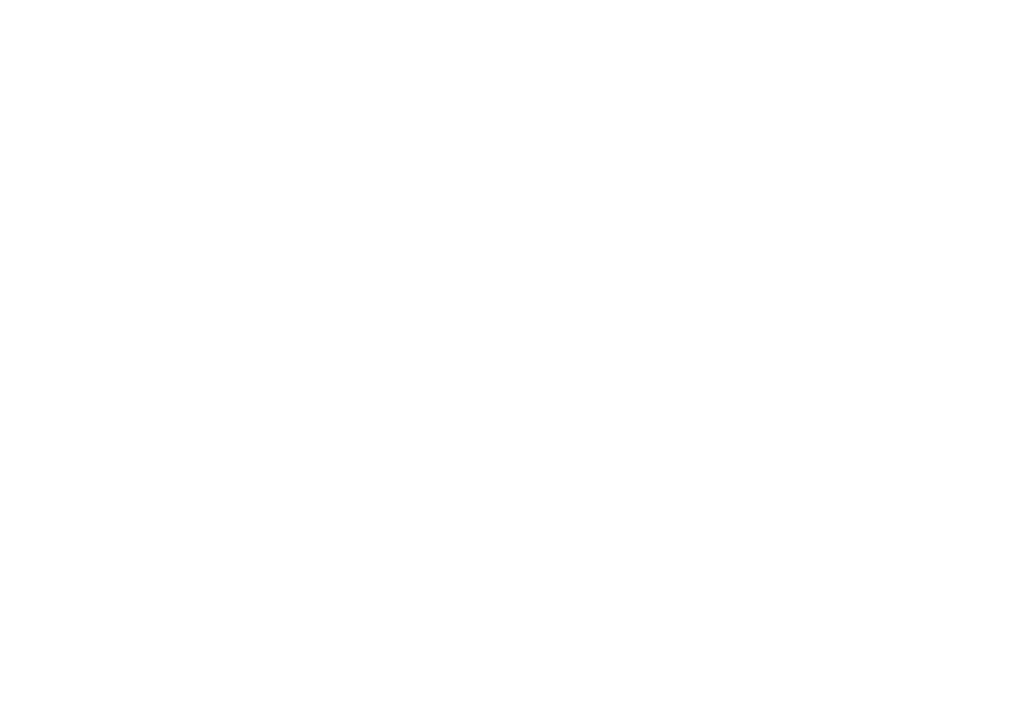
<source format=kicad_pcb>
(kicad_pcb (version 20211014) (generator pcbnew)

  (general
    (thickness 1.6)
  )

  (paper "A4")
  (layers
    (0 "F.Cu" signal)
    (31 "B.Cu" signal)
    (32 "B.Adhes" user "B.Adhesive")
    (33 "F.Adhes" user "F.Adhesive")
    (34 "B.Paste" user)
    (35 "F.Paste" user)
    (36 "B.SilkS" user "B.Silkscreen")
    (37 "F.SilkS" user "F.Silkscreen")
    (38 "B.Mask" user)
    (39 "F.Mask" user)
    (40 "Dwgs.User" user "User.Drawings")
    (41 "Cmts.User" user "User.Comments")
    (42 "Eco1.User" user "User.Eco1")
    (43 "Eco2.User" user "User.Eco2")
    (44 "Edge.Cuts" user)
    (45 "Margin" user)
    (46 "B.CrtYd" user "B.Courtyard")
    (47 "F.CrtYd" user "F.Courtyard")
    (48 "B.Fab" user)
    (49 "F.Fab" user)
    (50 "User.1" user)
    (51 "User.2" user)
    (52 "User.3" user)
    (53 "User.4" user)
    (54 "User.5" user)
    (55 "User.6" user)
    (56 "User.7" user)
    (57 "User.8" user)
    (58 "User.9" user)
  )

  (setup
    (pad_to_mask_clearance 0)
    (pcbplotparams
      (layerselection 0x00010fc_ffffffff)
      (disableapertmacros false)
      (usegerberextensions false)
      (usegerberattributes true)
      (usegerberadvancedattributes true)
      (creategerberjobfile true)
      (svguseinch false)
      (svgprecision 6)
      (excludeedgelayer true)
      (plotframeref false)
      (viasonmask false)
      (mode 1)
      (useauxorigin false)
      (hpglpennumber 1)
      (hpglpenspeed 20)
      (hpglpendiameter 15.000000)
      (dxfpolygonmode true)
      (dxfimperialunits true)
      (dxfusepcbnewfont true)
      (psnegative false)
      (psa4output false)
      (plotreference true)
      (plotvalue true)
      (plotinvisibletext false)
      (sketchpadsonfab false)
      (subtractmaskfromsilk false)
      (outputformat 1)
      (mirror false)
      (drillshape 1)
      (scaleselection 1)
      (outputdirectory "")
    )
  )

  (net 0 "")

  (gr_line (start 102.108 73.406) (end 0 73.406) (layer "User.3") (width 0.15) (tstamp 0dbba4d4-55c2-4b4c-a931-17cade305262))
  (gr_circle (center 96.774 4.953) (end 100.584 4.953) (layer "User.3") (width 0.15) (fill none) (tstamp 2293b119-48ba-428c-8d00-f7665dc49759))
  (gr_line (start 76.454 58.166) (end 76.454 55.626) (layer "User.3") (width 0.15) (tstamp 2dcc48ea-3c07-4981-84d9-baba56aa2a1c))
  (gr_line (start 76.454 65.278) (end 76.454 59.436) (layer "User.3") (width 0.15) (tstamp 575b063f-20ea-471e-9981-7dd05a57c137))
  (gr_circle (center 76.454 4.953) (end 79.629 4.953) (layer "User.3") (width 0.15) (fill none) (tstamp 8238880b-d657-417e-b4c1-d71704c84eb2))
  (gr_circle (center 76.454 58.166) (end 77.724 58.166) (layer "User.3") (width 0.15) (fill none) (tstamp a2038f67-3858-4d7c-836b-e441c52ca8de))
  (gr_line (start 25.654 58.166) (end 23.114 58.166) (layer "User.3") (width 0.15) (tstamp a6eb6314-ed3e-4c05-936c-6c673ff91be1))
  (gr_circle (center 96.774 68.453) (end 100.584 68.453) (layer "User.3") (width 0.15) (fill none) (tstamp af4a89e4-d52b-4903-82f2-b0eb6ccce6d0))
  (gr_line (start 0 0) (end 102.108 0) (layer "User.3") (width 0.15) (tstamp be71962f-1964-4d33-b300-c34327c9a077))
  (gr_circle (center 5.334 68.453) (end 9.144 68.453) (layer "User.3") (width 0.15) (fill none) (tstamp bf3633f9-77b4-4438-b3d5-b65a3b7c6119))
  (gr_line (start 25.654 58.166) (end 28.194 58.166) (layer "User.3") (width 0.15) (tstamp c010fb9f-5d14-4047-9bf7-91f92018f6a8))
  (gr_circle (center 25.654 4.953) (end 28.829 4.953) (layer "User.3") (width 0.15) (fill none) (tstamp c420f4a4-c8ac-4583-ac7f-c4ade9c685b4))
  (gr_line (start 25.654 58.166) (end 25.654 55.626) (layer "User.3") (width 0.15) (tstamp c8700820-0b6d-40fa-b81a-27ef81cc4ded))
  (gr_circle (center 25.654 68.453) (end 28.829 68.453) (layer "User.3") (width 0.15) (fill none) (tstamp ccd106f5-f53a-4442-9c07-4debb80a2b47))
  (gr_line (start 25.654 65.278) (end 25.654 59.436) (layer "User.3") (width 0.15) (tstamp d36335db-b867-4a38-a733-69f2c85939a0))
  (gr_circle (center 76.454 68.453) (end 79.629 68.453) (layer "User.3") (width 0.15) (fill none) (tstamp e45f47ec-57fd-421f-9299-9062f1649979))
  (gr_line (start 76.454 58.166) (end 73.914 58.166) (layer "User.3") (width 0.15) (tstamp e497b58f-6d4c-48aa-8d0d-a211897a4d81))
  (gr_line (start 78.74 58.166) (end 76.454 58.166) (layer "User.3") (width 0.15) (tstamp e9c2b9fd-58ce-47b3-8e01-f9b9048d6764))
  (gr_circle (center 25.654 58.166) (end 26.924 58.166) (layer "User.3") (width 0.15) (fill none) (tstamp ed4a26bc-0267-4f5f-9428-5c7b347d60cb))
  (gr_circle (center 5.334 4.953) (end 9.144 4.953) (layer "User.3") (width 0.15) (fill none) (tstamp f360dc1a-be4e-4e39-942f-a2c0a248e7ae))
  (gr_line (start 102.108 0) (end 102.108 73.406) (layer "User.3") (width 0.15) (tstamp f7ea6de1-cb6d-4d78-aa61-163fa5464122))
  (gr_line (start 0 73.406) (end 0 0) (layer "User.3") (width 0.15) (tstamp f9b23606-92a8-4422-87d6-9fe597f8db7e))
  (gr_rect (start 96.63 16.155) (end 100.87 35.635) (layer "User.4") (width 0.15) (fill none) (tstamp 2201851f-f780-4733-888a-c3f6a746aa71))
  (gr_line (start 82.27 41.595) (end 83.27 40.595) (layer "User.4") (width 0.15) (tstamp 2caf7666-2673-4be2-bd60-24a9fc2b4658))
  (gr_rect (start 1.27 42.895) (end 101.77 9.395) (layer "User.4") (width 0.15) (fill none) (tstamp 2fcee341-8abe-4467-9a79-03aa4c54541f))
  (gr_line (start 6.27 10.795) (end 6.27 40.595) (layer "User.4") (width 0.15) (tstamp 3ec8fc61-206e-4b5e-8c3e-ec33190ad4df))
  (gr_line (start 19.77 41.595) (end 82.27 41.595) (layer "User.4") (width 0.15) (tstamp 3f6c498d-37c2-4c61-a263-b6e57f8ef7f1))
  (gr_line (start 95.77 10.795) (end 6.27 10.795) (layer "User.4") (width 0.15) (tstamp 419b4932-0447-4240-bfe0-c63d388d6d12))
  (gr_line (start 95.77 40.595) (end 95.77 10.795) (layer "User.4") (width 0.15) (tstamp 52699750-247f-49e5-aa2c-e9fc2af716ed))
  (gr_circle (center 98.52 11.895) (end 100.02 11.895) (layer "User.4") (width 0.15) (fill none) (tstamp 64f5bb64-293b-4fcb-94c0-eee601a6fc50))
  (gr_circle (center 98.52 40.395) (end 100.02 40.395) (layer "User.4") (width 0.15) (fill none) (tstamp 6ea89d5b-20a1-48cd-b469-33980e377592))
  (gr_circle (center 3.52 11.895) (end 5.02 11.895) (layer "User.4") (width 0.15) (fill none) (tstamp a5e96d51-a9e1-48f9-ae82-3be207c7c02f))
  (gr_line (start 83.27 40.595) (end 95.77 40.595) (layer "User.4") (width 0.15) (tstamp a6655f28-79df-46cc-95cb-c18442cc9006))
  (gr_circle (center 3.52 40.395) (end 5.02 40.395) (layer "User.4") (width 0.15) (fill none) (tstamp bdd7919f-4997-4b7e-bdd3-e57e22a49ff9))
  (gr_line (start 18.77 40.595) (end 6.27 40.595) (layer "User.4") (width 0.15) (tstamp c15141d7-062f-420a-8a53-cbdf29769ecb))
  (gr_line (start 18.77 40.595) (end 19.77 41.595) (layer "User.4") (width 0.15) (tstamp da7a4887-f021-40c1-98ff-b9172d335d52))
  (gr_text "031I,BK" (at 50.8 54.102) (layer "User.3") (tstamp d014ca1d-4059-43bc-9092-b376e8b38573)
    (effects (font (size 1 1) (thickness 0.15)))
  )
  (gr_text "ER-OLEDM032-1" (at 50.8 25.4) (layer "User.4") (tstamp 25115164-eb56-4903-ba65-085e3a231b60)
    (effects (font (size 1 1) (thickness 0.15)))
  )
  (dimension (type aligned) (layer "User.1") (tstamp 0a337ac8-a0c2-4b8d-bfb2-344d2a9f9d83)
    (pts (xy 73.914 73.406) (xy 73.914 58.166))
    (height -8.382)
    (gr_text "0.6000 in" (at 64.382 65.786 90) (layer "User.1") (tstamp e9d5908d-da55-4bfb-a9fe-c0d2e464b559)
      (effects (font (size 1 1) (thickness 0.15)))
    )
    (format (units 3) (units_format 1) (precision 4))
    (style (thickness 0.15) (arrow_length 1.27) (text_position_mode 0) (extension_height 0.58642) (extension_offset 0.5) keep_text_aligned)
  )
  (dimension (type aligned) (layer "User.1") (tstamp 1348b05b-4ead-4410-b4fa-b3d7a4e0b748)
    (pts (xy 6.27 40.595) (xy 6.27 10.795))
    (height -22.78)
    (gr_text "1.1732 in" (at -17.66 25.695 90) (layer "User.1") (tstamp dbea58d7-1d17-49c2-a36b-e1c0f0191572)
      (effects (font (size 1 1) (thickness 0.15)))
    )
    (format (units 3) (units_format 1) (precision 4))
    (style (thickness 0.15) (arrow_length 1.27) (text_position_mode 0) (extension_height 0.58642) (extension_offset 0.5) keep_text_aligned)
  )
  (dimension (type aligned) (layer "User.1") (tstamp 1887b497-e5e1-408b-b43a-d8e0c864a6c4)
    (pts (xy 100.584 68.453) (xy 100.584 4.953))
    (height 7.366)
    (gr_text "2.5000 in" (at 106.8 36.703 90) (layer "User.1") (tstamp d667dc18-564c-4f0e-ab8e-dc54480be4bb)
      (effects (font (size 1 1) (thickness 0.15)))
    )
    (format (units 3) (units_format 1) (precision 4))
    (style (thickness 0.15) (arrow_length 1.27) (text_position_mode 0) (extension_height 0.58642) (extension_offset 0.5) keep_text_aligned)
  )
  (dimension (type aligned) (layer "User.1") (tstamp 2c72265a-b1e1-4290-9a5b-dbfa3125158d)
    (pts (xy 1.354 9.395) (xy 1.354 42.895))
    (height 22.86)
    (gr_text "1.3189 in" (at -22.656 26.145 90) (layer "User.1") (tstamp 1f9998d0-e8ee-4dc0-8398-d6c79f6f7505)
      (effects (font (size 1 1) (thickness 0.15)))
    )
    (format (units 3) (units_format 1) (precision 4))
    (style (thickness 0.15) (arrow_length 1.27) (text_position_mode 0) (extension_height 0.58642) (extension_offset 0.5) keep_text_aligned)
  )
  (dimension (type aligned) (layer "User.1") (tstamp 32a968d6-66ab-47b6-a280-54a3ecf0949c)
    (pts (xy 6.27 10.795) (xy 6.27 9.395))
    (height -24.03)
    (gr_text "0.0551 in" (at -18.91 10.095 90) (layer "User.1") (tstamp 61ac5cce-73fb-4fdf-8cbf-560896a7c9fc)
      (effects (font (size 1 1) (thickness 0.15)))
    )
    (format (units 3) (units_format 1) (precision 4))
    (style (thickness 0.15) (arrow_length 1.27) (text_position_mode 0) (extension_height 0.58642) (extension_offset 0.5) keep_text_aligned)
  )
  (dimension (type aligned) (layer "User.1") (tstamp 378f8348-63e2-45d4-be9f-603760f3ad4a)
    (pts (xy 98.52 10.395) (xy 102.108 10.414))
    (height -0.254668)
    (gr_text "0.1413 in" (at 100.321439 8.999852 359.6965971) (layer "User.1") (tstamp 226f37ed-a84e-40fc-a4a7-bad8bac1b4ab)
      (effects (font (size 1 1) (thickness 0.15)))
    )
    (format (units 3) (units_format 1) (precision 4))
    (style (thickness 0.15) (arrow_length 1.27) (text_position_mode 0) (extension_height 0.58642) (extension_offset 0.5) keep_text_aligned)
  )
  (dimension (type aligned) (layer "User.1") (tstamp 3b581472-10a4-4f9e-8650-a98d382425e9)
    (pts (xy 3.52 40.395) (xy 3.52 11.895))
    (height -12.41)
    (gr_text "1.1220 in" (at -10.04 26.145 90) (layer "User.1") (tstamp 3a08050f-7c25-4d64-b98c-88919864af35)
      (effects (font (size 1 1) (thickness 0.15)))
    )
    (format (units 3) (units_format 1) (precision 4))
    (style (thickness 0.15) (arrow_length 1.27) (text_position_mode 0) (extension_height 0.58642) (extension_offset 0.5) keep_text_aligned)
  )
  (dimension (type aligned) (layer "User.1") (tstamp 3c53cb52-5fd2-449a-a975-efc6322d1f1a)
    (pts (xy 18.77 40.595) (xy 19.77 40.6))
    (height -2.650216)
    (gr_text "0.0394 in" (at 19.289001 36.797331 359.7135235) (layer "User.1") (tstamp 1a5bec51-1966-474c-b3ee-367edbbddc56)
      (effects (font (size 1 1) (thickness 0.15)))
    )
    (format (units 3) (units_format 1) (precision 4))
    (style (thickness 0.15) (arrow_length 1.27) (text_position_mode 0) (extension_height 0.58642) (extension_offset 0.5) keep_text_aligned)
  )
  (dimension (type aligned) (layer "User.1") (tstamp 579cda48-c11c-4489-863f-524085cee9a1)
    (pts (xy 76.454 1.778) (xy 25.654 1.778))
    (height 4.445)
    (gr_text "2.0000 in" (at 51.054 -3.817) (layer "User.1") (tstamp 899bd5b4-b0f5-4bea-898d-5b7b2f09d95c)
      (effects (font (size 1 1) (thickness 0.15)))
    )
    (format (units 3) (units_format 1) (precision 4))
    (style (thickness 0.15) (arrow_length 1.27) (text_position_mode 0) (extension_height 0.58642) (extension_offset 0.5) keep_text_aligned)
  )
  (dimension (type aligned) (layer "User.1") (tstamp 57cd46ce-6744-4f93-a454-ec33672cdc18)
    (pts (xy 3.52 10.395) (xy 0 10.395))
    (height 1.124)
    (gr_text "0.1386 in" (at 1.76 8.121) (layer "User.1") (tstamp 9430e686-de9a-43b9-b062-450f1f7632cb)
      (effects (font (size 1 1) (thickness 0.15)))
    )
    (format (units 3) (units_format 1) (precision 4))
    (style (thickness 0.15) (arrow_length 1.27) (text_position_mode 0) (extension_height 0.58642) (extension_offset 0.5) keep_text_aligned)
  )
  (dimension (type aligned) (layer "User.1") (tstamp 6fcfb8cb-e9d7-4e58-9287-48b215086ebd)
    (pts (xy 102.108 73.406) (xy 102.108 0))
    (height 10.16)
    (gr_text "2.8900 in" (at 111.118 36.703 90) (layer "User.1") (tstamp 6d69bc29-6cd2-47be-acb1-c610bd9ae741)
      (effects (font (size 1 1) (thickness 0.15)))
    )
    (format (units 3) (units_format 1) (precision 4))
    (style (thickness 0.15) (arrow_length 1.27) (text_position_mode 0) (extension_height 0.58642) (extension_offset 0.5) keep_text_aligned)
  )
  (dimension (type aligned) (layer "User.1") (tstamp 77fd0c6e-2ad5-433f-b907-0962d345927e)
    (pts (xy 102.108 73.406) (xy 0 73.406))
    (height -13.208)
    (gr_text "4.0200 in" (at 51.054 85.464) (layer "User.1") (tstamp e0f6da32-d2cb-4a10-891e-f9b79aec7532)
      (effects (font (size 1 1) (thickness 0.15)))
    )
    (format (units 3) (units_format 1) (precision 4))
    (style (thickness 0.15) (arrow_length 1.27) (text_position_mode 0) (extension_height 0.58642) (extension_offset 0.5) keep_text_aligned)
  )
  (dimension (type aligned) (layer "User.1") (tstamp 7c0f9a44-f8dd-41a3-93c0-0c2103706483)
    (pts (xy 19.77 40.56) (xy 19.77 41.56))
    (height -5.48)
    (gr_text "0.0394 in" (at 24.1 41.06 90) (layer "User.1") (tstamp 05d7456e-0c71-4c49-9c95-3bb923467f77)
      (effects (font (size 1 1) (thickness 0.15)))
    )
    (format (units 3) (units_format 1) (precision 4))
    (style (thickness 0.15) (arrow_length 1.27) (text_position_mode 0) (extension_height 0.58642) (extension_offset 0.5) keep_text_aligned)
  )
  (dimension (type aligned) (layer "User.1") (tstamp 873138df-e393-4532-bdea-e140a13e5796)
    (pts (xy 6.27 40.595) (xy 0 40.595))
    (height -4.835968)
    (gr_text "0.2469 in" (at 3.135 44.280968) (layer "User.1") (tstamp a87d8174-4357-41b8-97e4-49bd978c634c)
      (effects (font (size 1 1) (thickness 0.15)))
    )
    (format (units 3) (units_format 1) (precision 4))
    (style (thickness 0.15) (arrow_length 1.27) (text_position_mode 0) (extension_height 0.58642) (extension_offset 0.5) keep_text_aligned)
  )
  (dimension (type aligned) (layer "User.1") (tstamp 8c6f5748-b52a-44fb-92ad-aaa80d13b094)
    (pts (xy 95.77 10.795) (xy 101.77 10.795))
    (height -10.91)
    (gr_text "0.2362 in" (at 98.77 -1.265) (layer "User.1") (tstamp 7c396954-575a-45b0-abb5-95788853354a)
      (effects (font (size 1 1) (thickness 0.15)))
    )
    (format (units 3) (units_format 1) (precision 4))
    (style (thickness 0.15) (arrow_length 1.27) (text_position_mode 0) (extension_height 0.58642) (extension_offset 0.5) keep_text_aligned)
  )
  (dimension (type aligned) (layer "User.1") (tstamp 8e492d85-d701-4442-9f4a-86a3d851e559)
    (pts (xy 23.114 73.406) (xy 23.114 58.166))
    (height -2.286)
    (gr_text "0.6000 in" (at 19.678 65.786 90) (layer "User.1") (tstamp 6e747f90-9a58-49c3-bc56-176738f81bdd)
      (effects (font (size 1 1) (thickness 0.15)))
    )
    (format (units 3) (units_format 1) (precision 4))
    (style (thickness 0.15) (arrow_length 1.27) (text_position_mode 0) (extension_height 0.58642) (extension_offset 0.5) keep_text_aligned)
  )
  (dimension (type aligned) (layer "User.1") (tstamp 9f9b004a-5b3b-4ef4-841b-e9593e25eb1e)
    (pts (xy 96.774 71.628) (xy 5.334 71.628))
    (height -7.874)
    (gr_text "3.6000 in" (at 51.054 78.352) (layer "User.1") (tstamp 62343606-52d6-4990-8aef-b91956e49060)
      (effects (font (size 1 1) (thickness 0.15)))
    )
    (format (units 3) (units_format 1) (precision 4))
    (style (thickness 0.15) (arrow_length 1.27) (text_position_mode 0) (extension_height 0.58642) (extension_offset 0.5) keep_text_aligned)
  )
  (dimension (type aligned) (layer "User.1") (tstamp a69ba29d-a0e6-4c2e-9924-e44e98449206)
    (pts (xy 76.454 54.737) (xy 25.654 54.737))
    (height 3.683)
    (gr_text "2.0000 in" (at 51.054 49.904) (layer "User.1") (tstamp 37346e8b-859e-4bef-bc88-b69ed03d659c)
      (effects (font (size 1 1) (thickness 0.15)))
    )
    (format (units 3) (units_format 1) (precision 4))
    (style (thickness 0.15) (arrow_length 1.27) (text_position_mode 0) (extension_height 0.58642) (extension_offset 0.5) keep_text_aligned)
  )
  (dimension (type aligned) (layer "User.1") (tstamp a8805773-b471-4382-a1bb-cd696078e2bd)
    (pts (xy 73.279 58.166) (xy 73.279 42.926))
    (height -7.747)
    (gr_text "0.6000 in" (at 64.382 50.546 90) (layer "User.1") (tstamp c0c1b76d-79d3-487d-8b3a-60421a22a5d0)
      (effects (font (size 1 1) (thickness 0.15)))
    )
    (format (units 3) (units_format 1) (precision 4))
    (style (thickness 0.15) (arrow_length 1.27) (text_position_mode 0) (extension_height 0.58642) (extension_offset 0.5) keep_text_aligned)
  )
  (dimension (type aligned) (layer "User.1") (tstamp d22cc920-0997-4f2b-96d0-2baa7c357abf)
    (pts (xy 6.27 10.795) (xy 1.27 10.795))
    (height 11.14)
    (gr_text "0.1969 in" (at 3.77 -1.495) (layer "User.1") (tstamp a48b5b9a-edfe-4645-8a7f-996b15cfa7fc)
      (effects (font (size 1 1) (thickness 0.15)))
    )
    (format (units 3) (units_format 1) (precision 4))
    (style (thickness 0.15) (arrow_length 1.27) (text_position_mode 0) (extension_height 0.58642) (extension_offset 0.5) keep_text_aligned)
  )
  (dimension (type aligned) (layer "User.1") (tstamp d5bc3de3-c890-43cd-acdd-ee6019757471)
    (pts (xy 23.114 58.166) (xy 23.114 42.926))
    (height -2.286)
    (gr_text "0.6000 in" (at 19.678 50.546 90) (layer "User.1") (tstamp 315e7c30-28a8-4a6c-ad82-4b0bb0d93a76)
      (effects (font (size 1 1) (thickness 0.15)))
    )
    (format (units 3) (units_format 1) (precision 4))
    (style (thickness 0.15) (arrow_length 1.27) (text_position_mode 0) (extension_height 0.58642) (extension_offset 0.5) keep_text_aligned)
  )
  (dimension (type aligned) (layer "User.1") (tstamp dde13f3a-bc86-49ee-9a21-77110a525ce2)
    (pts (xy 1.27 9.395) (xy 101.77 9.395))
    (height -20.32)
    (gr_text "3.9567 in" (at 51.52 -12.075) (layer "User.1") (tstamp 27a79f92-0e8a-4077-b041-4b2b471f5f0f)
      (effects (font (size 1 1) (thickness 0.15)))
    )
    (format (units 3) (units_format 1) (precision 4))
    (style (thickness 0.15) (arrow_length 1.27) (text_position_mode 0) (extension_height 0.58642) (extension_offset 0.5) keep_text_aligned)
  )
  (dimension (type aligned) (layer "User.1") (tstamp de75e714-ec03-4cd9-83f9-5a0f9e3f344f)
    (pts (xy 25.654 65.278) (xy 25.654 42.926))
    (height -10.795)
    (gr_text "0.8800 in" (at 13.709 54.102 90) (layer "User.1") (tstamp 7ec31f38-fcd5-4d66-874d-666309f329dd)
      (effects (font (size 1 1) (thickness 0.15)))
    )
    (format (units 3) (units_format 1) (precision 4))
    (style (thickness 0.15) (arrow_length 1.27) (text_position_mode 0) (extension_height 0.58642) (extension_offset 0.5) keep_text_aligned)
  )
  (dimension (type aligned) (layer "User.1") (tstamp e018cee2-8be6-4953-9047-60e5cce64f21)
    (pts (xy 95.77 40.595) (xy 102.108 40.595))
    (height 5.356054)
    (gr_text "0.2495 in" (at 98.939 44.801054) (layer "User.1") (tstamp e1c356a3-3d89-44ab-8ac4-be571e4ae10e)
      (effects (font (size 1 1) (thickness 0.15)))
    )
    (format (units 3) (units_format 1) (precision 4))
    (style (thickness 0.15) (arrow_length 1.27) (text_position_mode 0) (extension_height 0.58642) (extension_offset 0.5) keep_text_aligned)
  )
  (dimension (type aligned) (layer "User.1") (tstamp e5eed7cd-6451-40d2-a35d-c0a607abc648)
    (pts (xy 25.654 73.406) (xy 25.654 42.926))
    (height 10.795)
    (gr_text "1.2000 in" (at 35.299 58.166 90) (layer "User.1") (tstamp 4ce3d562-3367-4faf-8430-3d8472b36496)
      (effects (font (size 1 1) (thickness 0.15)))
    )
    (format (units 3) (units_format 1) (precision 4))
    (style (thickness 0.15) (arrow_length 1.27) (text_position_mode 0) (extension_height 0.58642) (extension_offset 0.5) keep_text_aligned)
  )
  (dimension (type aligned) (layer "User.1") (tstamp ffdb38d7-d32a-41ba-8a6b-9cda5f1bc03c)
    (pts (xy 96.774 8.763) (xy 96.774 9.398))
    (height -8.382)
    (gr_text "0.0250 in" (at 104.006 9.0805 90) (layer "User.1") (tstamp 95f23170-e7b7-476d-ae65-52d0e057578e)
      (effects (font (size 1 1) (thickness 0.15)))
    )
    (format (units 3) (units_format 1) (precision 4))
    (style (thickness 0.15) (arrow_length 1.27) (text_position_mode 0) (extension_height 0.58642) (extension_offset 0.5) keep_text_aligned)
  )

)

</source>
